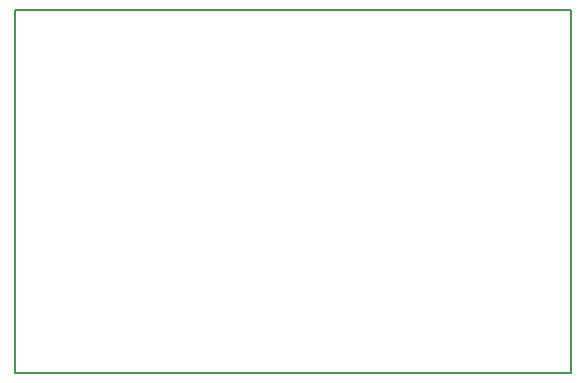
<source format=gm1>
%TF.GenerationSoftware,KiCad,Pcbnew,7.0.2-6a45011f42~172~ubuntu22.04.1*%
%TF.CreationDate,2023-04-30T08:48:57-06:00*%
%TF.ProjectId,fancy-node,66616e63-792d-46e6-9f64-652e6b696361,rev?*%
%TF.SameCoordinates,Original*%
%TF.FileFunction,Profile,NP*%
%FSLAX46Y46*%
G04 Gerber Fmt 4.6, Leading zero omitted, Abs format (unit mm)*
G04 Created by KiCad (PCBNEW 7.0.2-6a45011f42~172~ubuntu22.04.1) date 2023-04-30 08:48:57*
%MOMM*%
%LPD*%
G01*
G04 APERTURE LIST*
%TA.AperFunction,Profile*%
%ADD10C,0.200000*%
%TD*%
G04 APERTURE END LIST*
D10*
X52700000Y-85800000D02*
X99800000Y-85800000D01*
X99800000Y-116500000D01*
X52700000Y-116500000D01*
X52700000Y-85800000D01*
M02*

</source>
